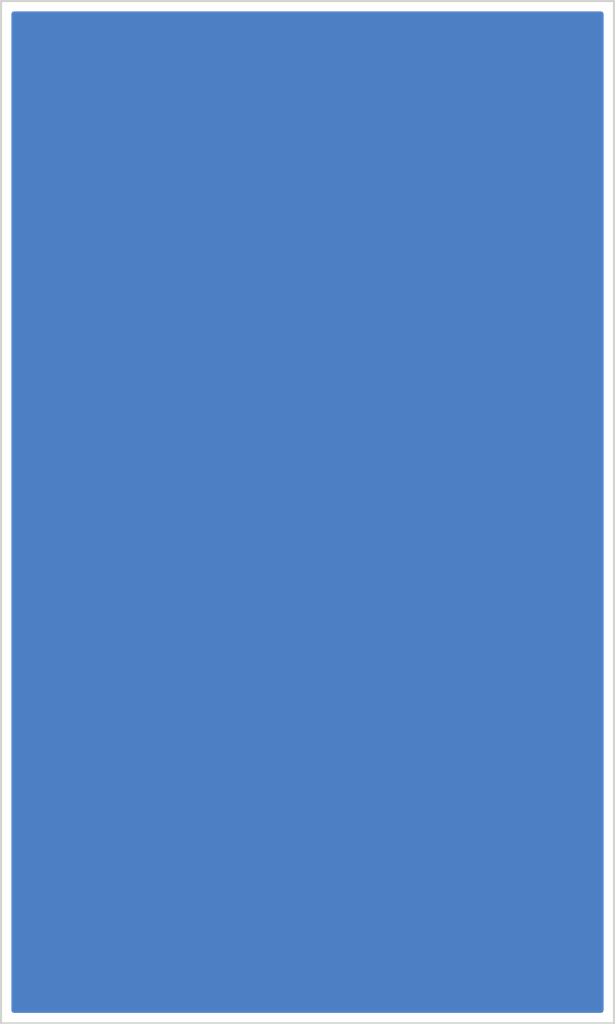
<source format=kicad_pcb>
(kicad_pcb (version 20211014) (generator pcbnew)

  (general
    (thickness 1.6)
  )

  (paper "A4")
  (layers
    (0 "F.Cu" signal)
    (31 "B.Cu" signal)
    (32 "B.Adhes" user "B.Adhesive")
    (33 "F.Adhes" user "F.Adhesive")
    (34 "B.Paste" user)
    (35 "F.Paste" user)
    (36 "B.SilkS" user "B.Silkscreen")
    (37 "F.SilkS" user "F.Silkscreen")
    (38 "B.Mask" user)
    (39 "F.Mask" user)
    (40 "Dwgs.User" user "User.Drawings")
    (41 "Cmts.User" user "User.Comments")
    (42 "Eco1.User" user "User.Eco1")
    (43 "Eco2.User" user "User.Eco2")
    (44 "Edge.Cuts" user)
    (45 "Margin" user)
    (46 "B.CrtYd" user "B.Courtyard")
    (47 "F.CrtYd" user "F.Courtyard")
    (48 "B.Fab" user)
    (49 "F.Fab" user)
    (50 "User.1" user)
    (51 "User.2" user)
    (52 "User.3" user)
    (53 "User.4" user)
    (54 "User.5" user)
    (55 "User.6" user)
    (56 "User.7" user)
    (57 "User.8" user)
    (58 "User.9" user)
  )

  (setup
    (stackup
      (layer "F.SilkS" (type "Top Silk Screen"))
      (layer "F.Paste" (type "Top Solder Paste"))
      (layer "F.Mask" (type "Top Solder Mask") (thickness 0.01))
      (layer "F.Cu" (type "copper") (thickness 0.035))
      (layer "dielectric 1" (type "core") (thickness 1.51) (material "FR4") (epsilon_r 4.5) (loss_tangent 0.02))
      (layer "B.Cu" (type "copper") (thickness 0.035))
      (layer "B.Mask" (type "Bottom Solder Mask") (thickness 0.01))
      (layer "B.Paste" (type "Bottom Solder Paste"))
      (layer "B.SilkS" (type "Bottom Silk Screen"))
      (copper_finish "None")
      (dielectric_constraints no)
    )
    (pad_to_mask_clearance 0)
    (aux_axis_origin 100 150)
    (pcbplotparams
      (layerselection 0x00010fc_ffffffff)
      (disableapertmacros false)
      (usegerberextensions false)
      (usegerberattributes true)
      (usegerberadvancedattributes true)
      (creategerberjobfile true)
      (svguseinch false)
      (svgprecision 6)
      (excludeedgelayer true)
      (plotframeref false)
      (viasonmask false)
      (mode 1)
      (useauxorigin false)
      (hpglpennumber 1)
      (hpglpenspeed 20)
      (hpglpendiameter 15.000000)
      (dxfpolygonmode true)
      (dxfimperialunits true)
      (dxfusepcbnewfont true)
      (psnegative false)
      (psa4output false)
      (plotreference true)
      (plotvalue true)
      (plotinvisibletext false)
      (sketchpadsonfab false)
      (subtractmaskfromsilk false)
      (outputformat 1)
      (mirror false)
      (drillshape 1)
      (scaleselection 1)
      (outputdirectory "")
    )
  )

  (net 0 "")

  (gr_rect (start 100 100) (end 130 150) (layer "Edge.Cuts") (width 0.1) (fill none) (tstamp 9dd73d0f-c126-4d1c-a389-6039c381170f))

  (segment (start 115 140) (end 115 110) (width 0.4) (layer "F.Cu") (net 0) (tstamp ac3fc97e-be7b-40c8-ba16-5e44d012c194))

  (zone (net 0) (net_name "") (layer "B.Cu") (tstamp 7975b3a5-976d-49f7-885c-655ca823120c) (hatch edge 0.508)
    (connect_pads (clearance 0.508))
    (min_thickness 0.254) (filled_areas_thickness no)
    (fill yes (thermal_gap 0.508) (thermal_bridge_width 0.508))
    (polygon
      (pts
        (xy 130 150)
        (xy 100 150)
        (xy 100 100)
        (xy 130 100)
      )
    )
    (filled_polygon
      (layer "B.Cu")
      (island)
      (pts
        (xy 129.433621 100.528502)
        (xy 129.480114 100.582158)
        (xy 129.4915 100.6345)
        (xy 129.4915 149.3655)
        (xy 129.471498 149.433621)
        (xy 129.417842 149.480114)
        (xy 129.3655 149.4915)
        (xy 100.6345 149.4915)
        (xy 100.566379 149.471498)
        (xy 100.519886 149.417842)
        (xy 100.5085 149.3655)
        (xy 100.5085 100.6345)
        (xy 100.528502 100.566379)
        (xy 100.582158 100.519886)
        (xy 100.6345 100.5085)
        (xy 129.3655 100.5085)
      )
    )
  )
)

</source>
